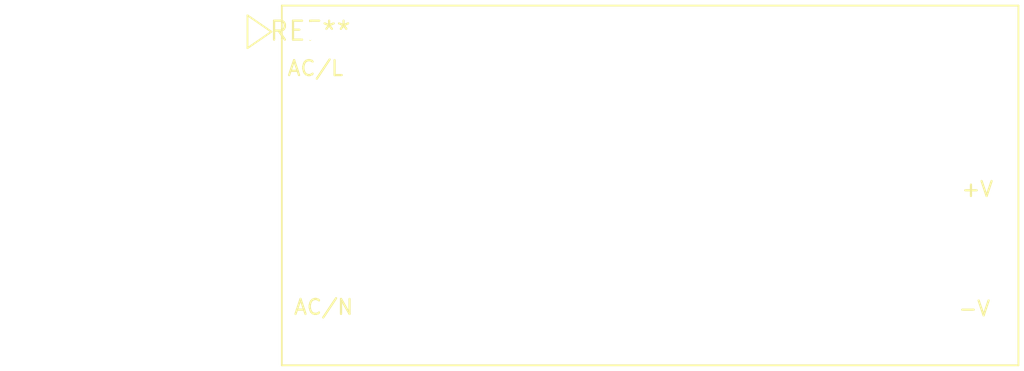
<source format=kicad_pcb>
(kicad_pcb (version 20240108) (generator pcbnew)
  (layers (0 "F.Cu" signal) (31 "B.Cu" signal) (34 "B.Paste" user) (35 "F.Paste" user) (36 "B.SilkS" user "B.Silkscreen") (37 "F.SilkS" user "F.Silkscreen") (38 "B.Mask" user) (39 "F.Mask" user) (44 "Edge.Cuts" user))
  (net 0 "")
  (footprint "Converter_ACDC_MeanWell_MFM-15-xx_THT" (layer "F.Cu") (at 0 0)
    (property "Reference" "REF**")
    (property "Value" "Converter_ACDC_MeanWell_MFM-15-xx_THT")
    (fp_line (start -4.2 1.15) (end -4.2 -1.05) (layer "F.SilkS") (stroke (width 0.12)))
    (fp_line (start -2.6 0.05) (end -4.2 -1.05) (layer "F.SilkS") (stroke (width 0.12)))
    (fp_line (start -2.6 0.05) (end -4.2 1.15) (layer "F.SilkS") (stroke (width 0.12)))
    (fp_line (start -1.9 -1.7) (end -1.9 22.4) (layer "F.SilkS") (stroke (width 0.12)))
    (fp_line (start -1.9 22.4) (end 47.45 22.4) (layer "F.SilkS") (stroke (width 0.12)))
    (fp_line (start 47.45 -1.7) (end -1.9 -1.7) (layer "F.SilkS") (stroke (width 0.12)))
    (fp_line (start 47.45 22.4) (end 47.45 -1.7) (layer "F.SilkS") (stroke (width 0.12)))
    (fp_text user "-V" (at 44.5 18.6 0) (layer "F.SilkS"))
    (fp_text user "+V" (at 44.7 10.6 0) (layer "F.SilkS"))
    (fp_text user "AC/L" (at 0.35 2.5 0) (layer "F.SilkS"))
    (fp_text user "AC/N" (at 0.9 18.5 0) (layer "F.SilkS"))
    (pad "1" thru_hole rect (at 0 0) (size 2.5 2.5) (drill 1.2) (layers *.Cu *.Mask) (remove_unused_layers))
    (pad "2" thru_hole circle (at 0 20.75) (size 2.5 2.5) (drill 1.2) (layers *.Cu *.Mask) (remove_unused_layers))
    (pad "3" thru_hole circle (at 45.05 20.75) (size 2.5 2.5) (drill 1.2) (layers *.Cu *.Mask) (remove_unused_layers))
    (pad "4" thru_hole circle (at 45.05 12.75) (size 2.5 2.5) (drill 1.2) (layers *.Cu *.Mask) (remove_unused_layers))
  )
)
</source>
